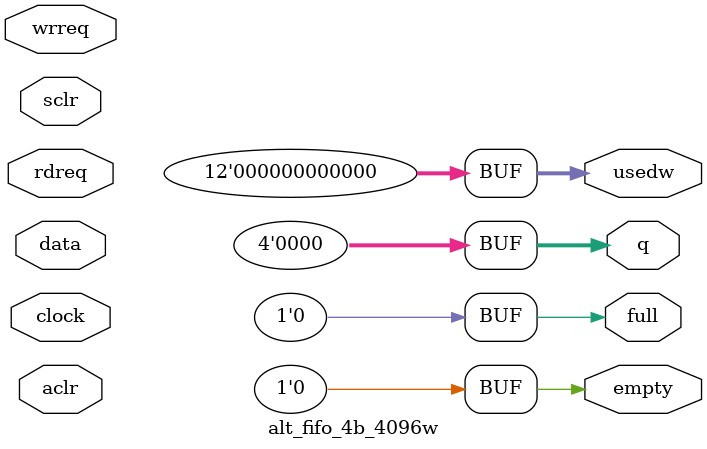
<source format=v>
module alt_fifo_4b_4096w(	// file.cleaned.mlir:2:3
  input         aclr,	// file.cleaned.mlir:2:35
                clock,	// file.cleaned.mlir:2:50
  input  [3:0]  data,	// file.cleaned.mlir:2:66
  input         rdreq,	// file.cleaned.mlir:2:81
                sclr,	// file.cleaned.mlir:2:97
                wrreq,	// file.cleaned.mlir:2:112
  output        empty,	// file.cleaned.mlir:2:129
                full,	// file.cleaned.mlir:2:145
  output [3:0]  q,	// file.cleaned.mlir:2:160
  output [11:0] usedw	// file.cleaned.mlir:2:172
);

  assign empty = 1'h0;	// file.cleaned.mlir:3:14, :6:5
  assign full = 1'h0;	// file.cleaned.mlir:3:14, :6:5
  assign q = 4'h0;	// file.cleaned.mlir:4:14, :6:5
  assign usedw = 12'h0;	// file.cleaned.mlir:5:15, :6:5
endmodule


</source>
